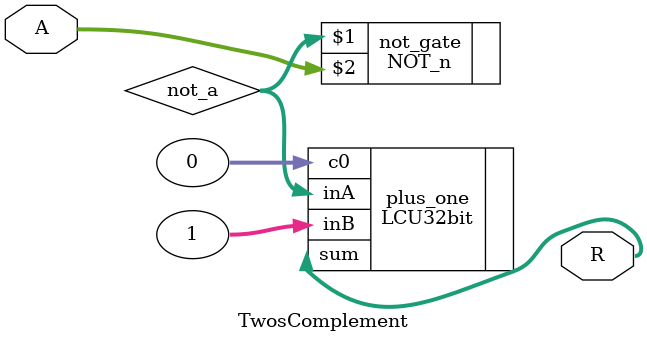
<source format=v>
module TwosComplement (R, A);
  output [0:31] R;
  input [0:31] A;

  wire [0:31] not_a;

  NOT_n #(32) not_gate(not_a, A);
  LCU32bit plus_one(.inA(not_a), .inB(32'd1), .sum(R), .c0(0));
endmodule

</source>
